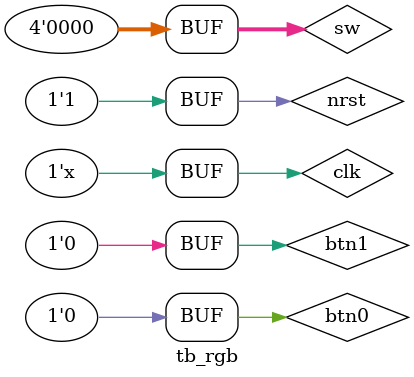
<source format=v>
`timescale 1ns / 1ps


module tb_rgb();
    reg clk, nrst;
    reg [3:0] sw;
    reg btn0, btn1;
    wire [3:0] led;
    wire [2:0] rgb_led;

    rgb UUT (.clk(clk),
        .nrst(nrst),
        .sw(sw),
        .btn0(btn0),
        .btn1(btn1),
        .led(led),
        .rgb_led(rgb_led)
    );
    
    always #5 clk = ~clk;
    
    initial begin
        clk = 0;
        nrst = 0;
        sw = 0;
        btn0 = 0;
        btn1 = 0;
        #13 nrst = 1;
        #10000
        btn0 = 1;
        #10000
        btn0 = 0;
        #10000
        btn0 = 1;
        #10000
        btn0 = 0;
    end

endmodule

</source>
